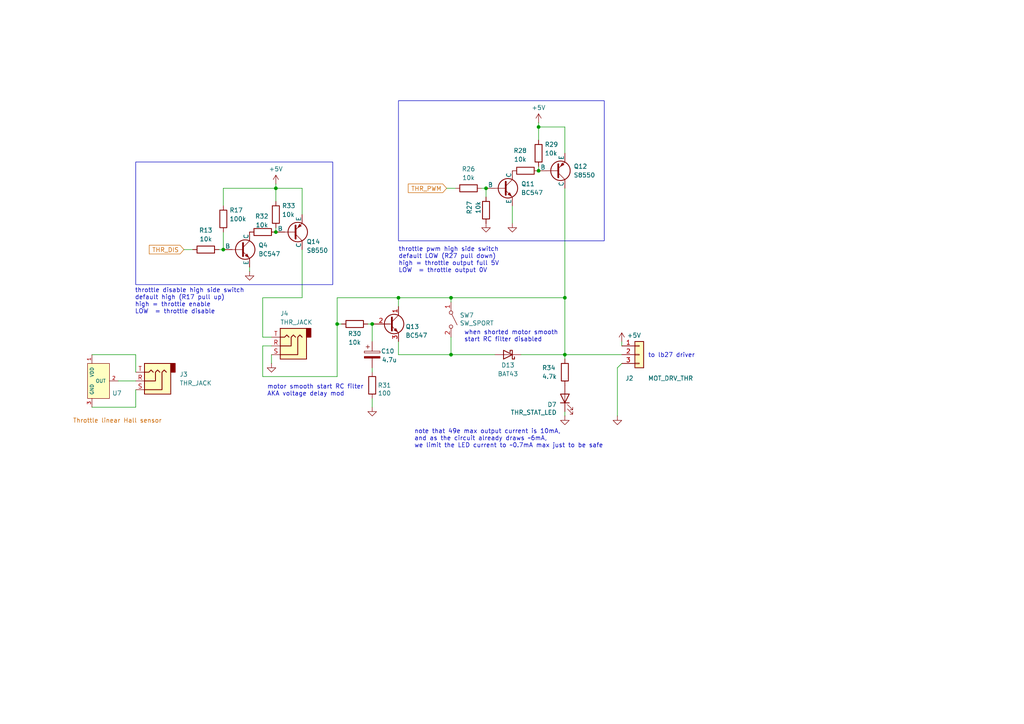
<source format=kicad_sch>
(kicad_sch (version 20231120) (generator "eeschema") (generator_version "8.0")
  (paper "A4")
  (lib_symbols
    (symbol "49e:Hall_Sensor" (pin_names (offset 1.016))
      (property "Reference" "U?" (at -4.5212 0.9652 0))
      (symbol "Hall_Sensor_0_1"
        (rectangle (start -3.81 5.08) (end 2.54 -5.08) (fill (type background)))
      )
      (symbol "Hall_Sensor_1_1"
        (pin power_in line (at -2.54 7.62 270) (length 2.54) (name "VDD") (number "1"))
        (pin output line (at 5.08 0 180) (length 2.54) (name "OUT") (number "2"))
        (pin power_in line (at -2.54 -7.62 90) (length 2.54) (name "GND") (number "3"))
      )
    )
    (symbol "Connector_Audio:AudioJack3"
      (property "Reference" "J" (at 0 8.89 0))
      (property "Value" "AudioJack3" (at 0 6.35 0))
      (symbol "AudioJack3_0_1"
        (rectangle (start -5.08 -5.08) (end -6.35 -2.54) (stroke (width 0.254)) (fill (type outline)))
        (polyline (pts (xy 0 -2.54) (xy 0.635 -3.175) (xy 1.27 -2.54) (xy 2.54 -2.54)) (stroke (width 0.254)))
        (polyline (pts (xy -1.905 -2.54) (xy -1.27 -3.175) (xy -0.635 -2.54) (xy -0.635 0) (xy 2.54 0)) (stroke (width 0.254)))
        (polyline (pts (xy 2.54 2.54) (xy -2.54 2.54) (xy -2.54 -2.54) (xy -3.175 -3.175) (xy -3.81 -2.54)) (stroke (width 0.254)))
        (rectangle (start 2.54 3.81) (end -5.08 -5.08) (stroke (width 0.254)) (fill (type background)))
      )
      (symbol "AudioJack3_1_1"
        (pin passive line (at 5.08 0 180) (length 2.54) (name "~") (number "R"))
        (pin passive line (at 5.08 2.54 180) (length 2.54) (name "~") (number "S"))
        (pin passive line (at 5.08 -2.54 180) (length 2.54) (name "~") (number "T"))
      )
    )
    (symbol "Connector_Generic:Conn_01x03" (pin_names (offset 1.016) hide)
      (property "Reference" "J" (at 0 5.08 0))
      (property "Value" "Conn_01x03" (at 0 -5.08 0))
      (symbol "Conn_01x03_1_1"
        (rectangle (start -1.27 -2.413) (end 0 -2.667) (stroke (width 0.1524)))
        (rectangle (start -1.27 0.127) (end 0 -0.127) (stroke (width 0.1524)))
        (rectangle (start -1.27 2.667) (end 0 2.413) (stroke (width 0.1524)))
        (rectangle (start -1.27 3.81) (end 1.27 -3.81) (stroke (width 0.254)) (fill (type background)))
        (pin passive line (at -5.08 2.54 0) (length 3.81) (name "Pin_1") (number "1"))
        (pin passive line (at -5.08 0 0) (length 3.81) (name "Pin_2") (number "2"))
        (pin passive line (at -5.08 -2.54 0) (length 3.81) (name "Pin_3") (number "3"))
      )
    )
    (symbol "Device:C_Polarized" (pin_numbers hide) (pin_names (offset 0.254))
      (property "Reference" "C" (at 0.635 2.54 0))
      (property "Value" "C_Polarized" (at 0.635 -2.54 0))
      (symbol "C_Polarized_0_1"
        (rectangle (start -2.286 0.508) (end 2.286 1.016))
        (polyline (pts (xy -1.778 2.286) (xy -0.762 2.286)))
        (polyline (pts (xy -1.27 2.794) (xy -1.27 1.778)))
        (rectangle (start 2.286 -0.508) (end -2.286 -1.016) (fill (type outline)))
      )
      (symbol "C_Polarized_1_1"
        (pin passive line (at 0 3.81 270) (length 2.794) (name "~") (number "1"))
        (pin passive line (at 0 -3.81 90) (length 2.794) (name "~") (number "2"))
      )
    )
    (symbol "Device:LED" (pin_numbers hide) (pin_names (offset 1.016) hide)
      (property "Reference" "D" (at 0 2.54 0))
      (property "Value" "LED" (at 0 -2.54 0))
      (symbol "LED_0_1"
        (polyline (pts (xy -1.27 -1.27) (xy -1.27 1.27)) (stroke (width 0.254)))
        (polyline (pts (xy -1.27 0) (xy 1.27 0)))
        (polyline (pts (xy 1.27 -1.27) (xy 1.27 1.27) (xy -1.27 0) (xy 1.27 -1.27)) (stroke (width 0.254)))
        (polyline (pts (xy -3.048 -0.762) (xy -4.572 -2.286) (xy -3.81 -2.286) (xy -4.572 -2.286) (xy -4.572 -1.524)))
        (polyline (pts (xy -1.778 -0.762) (xy -3.302 -2.286) (xy -2.54 -2.286) (xy -3.302 -2.286) (xy -3.302 -1.524)))
      )
      (symbol "LED_1_1"
        (pin passive line (at -3.81 0 0) (length 2.54) (name "K") (number "1"))
        (pin passive line (at 3.81 0 180) (length 2.54) (name "A") (number "2"))
      )
    )
    (symbol "Device:R" (pin_numbers hide) (pin_names (offset 0))
      (property "Reference" "R" (at 2.032 0 90))
      (property "Value" "R" (at 0 0 90))
      (symbol "R_0_1"
        (rectangle (start -1.016 -2.54) (end 1.016 2.54) (stroke (width 0.254)))
      )
      (symbol "R_1_1"
        (pin passive line (at 0 3.81 270) (length 1.27) (name "~") (number "1"))
        (pin passive line (at 0 -3.81 90) (length 1.27) (name "~") (number "2"))
      )
    )
    (symbol "Diode:BAT43" (pin_numbers hide) (pin_names (offset 1.016) hide)
      (property "Reference" "D" (at 0 2.54 0))
      (property "Value" "BAT43" (at 0 -2.54 0))
      (symbol "BAT43_0_1"
        (polyline (pts (xy 1.27 0) (xy -1.27 0)))
        (polyline (pts (xy 1.27 1.27) (xy 1.27 -1.27) (xy -1.27 0) (xy 1.27 1.27)) (stroke (width 0.254)))
        (polyline (pts (xy -1.905 0.635) (xy -1.905 1.27) (xy -1.27 1.27) (xy -1.27 -1.27) (xy -0.635 -1.27) (xy -0.635 -0.635)) (stroke (width 0.254)))
      )
      (symbol "BAT43_1_1"
        (pin passive line (at -3.81 0 0) (length 2.54) (name "K") (number "1"))
        (pin passive line (at 3.81 0 180) (length 2.54) (name "A") (number "2"))
      )
    )
    (symbol "Simulation_SPICE:NPN" (pin_numbers hide) (pin_names (offset 0))
      (property "Reference" "Q" (at -2.54 7.62 0))
      (property "Value" "NPN" (at -2.54 5.08 0))
      (symbol "NPN_0_1"
        (polyline (pts (xy -2.54 0) (xy 0.635 0)) (stroke (width 0.1524)))
        (polyline (pts (xy 0.635 0.635) (xy 2.54 2.54)))
        (polyline (pts (xy 2.794 -1.27) (xy 2.794 -1.27)) (stroke (width 0.1524)))
        (polyline (pts (xy 2.794 -1.27) (xy 2.794 -1.27)) (stroke (width 0.1524)))
        (polyline (pts (xy 0.635 -0.635) (xy 2.54 -2.54) (xy 2.54 -2.54)))
        (polyline (pts (xy 0.635 1.905) (xy 0.635 -1.905) (xy 0.635 -1.905)) (stroke (width 0.508)))
        (polyline (pts (xy 1.27 -1.778) (xy 1.778 -1.27) (xy 2.286 -2.286) (xy 1.27 -1.778) (xy 1.27 -1.778)) (fill (type outline)))
        (circle (center 1.27 0) (radius 2.8194) (stroke (width 0.254)))
      )
      (symbol "NPN_1_1"
        (pin open_collector line (at 2.54 5.08 270) (length 2.54) (name "C") (number "1"))
        (pin input line (at -5.08 0 0) (length 2.54) (name "B") (number "2"))
        (pin open_emitter line (at 2.54 -5.08 90) (length 2.54) (name "E") (number "3"))
      )
    )
    (symbol "Simulation_SPICE:PNP" (pin_numbers hide) (pin_names (offset 0))
      (property "Reference" "Q" (at -2.54 7.62 0))
      (property "Value" "PNP" (at -2.54 5.08 0))
      (symbol "PNP_0_1"
        (polyline (pts (xy -2.54 0) (xy 0.635 0)) (stroke (width 0.1524)))
        (polyline (pts (xy 0.635 0.635) (xy 2.54 2.54)))
        (polyline (pts (xy 0.635 -0.635) (xy 2.54 -2.54) (xy 2.54 -2.54)))
        (polyline (pts (xy 0.635 1.905) (xy 0.635 -1.905) (xy 0.635 -1.905)) (stroke (width 0.508)))
        (polyline (pts (xy 2.286 -1.778) (xy 1.778 -2.286) (xy 1.27 -1.27) (xy 2.286 -1.778) (xy 2.286 -1.778)) (fill (type outline)))
        (circle (center 1.27 0) (radius 2.8194) (stroke (width 0.254)))
      )
      (symbol "PNP_1_1"
        (pin open_collector line (at 2.54 5.08 270) (length 2.54) (name "C") (number "1"))
        (pin input line (at -5.08 0 0) (length 2.54) (name "B") (number "2"))
        (pin open_emitter line (at 2.54 -5.08 90) (length 2.54) (name "E") (number "3"))
      )
    )
    (symbol "Switch:SW_SPST" (pin_names (offset 0) hide)
      (property "Reference" "SW" (at 0 3.175 0))
      (property "Value" "SW_SPST" (at 0 -2.54 0))
      (symbol "SW_SPST_0_0"
        (circle (center -2.032 0) (radius 0.508))
        (polyline (pts (xy -1.524 0.254) (xy 1.524 1.778)))
        (circle (center 2.032 0) (radius 0.508))
      )
      (symbol "SW_SPST_1_1"
        (pin passive line (at -5.08 0 0) (length 2.54) (name "A") (number "1"))
        (pin passive line (at 5.08 0 180) (length 2.54) (name "B") (number "2"))
      )
    )
    (symbol "Transistor_BJT:BC547" (pin_names (offset 0) hide)
      (property "Reference" "Q" (at 5.08 1.905 0))
      (property "Value" "BC547" (at 5.08 0 0))
      (symbol "BC547_0_1"
        (polyline (pts (xy 0 0) (xy 0.635 0)))
        (polyline (pts (xy 0.635 0.635) (xy 2.54 2.54)))
        (polyline (pts (xy 0.635 -0.635) (xy 2.54 -2.54) (xy 2.54 -2.54)))
        (polyline (pts (xy 0.635 1.905) (xy 0.635 -1.905) (xy 0.635 -1.905)) (stroke (width 0.508)))
        (polyline (pts (xy 1.27 -1.778) (xy 1.778 -1.27) (xy 2.286 -2.286) (xy 1.27 -1.778) (xy 1.27 -1.778)) (fill (type outline)))
        (circle (center 1.27 0) (radius 2.8194) (stroke (width 0.254)))
      )
      (symbol "BC547_1_1"
        (pin passive line (at 2.54 5.08 270) (length 2.54) (name "C") (number "1"))
        (pin input line (at -5.08 0 0) (length 5.08) (name "B") (number "2"))
        (pin passive line (at 2.54 -5.08 90) (length 2.54) (name "E") (number "3"))
      )
    )
    (symbol "power:+5V" (power) (pin_numbers hide) (pin_names (offset 0) hide)
      (property "Value" "+5V" (at 0 3.556 0))
      (symbol "+5V_0_1"
        (polyline (pts (xy -0.762 1.27) (xy 0 2.54)))
        (polyline (pts (xy 0 0) (xy 0 2.54)))
        (polyline (pts (xy 0 2.54) (xy 0.762 1.27)))
      )
      (symbol "+5V_1_1"
        (pin power_in line (at 0 0 90) (length 0) (name "~") (number "1"))
      )
    )
    (symbol "power:GND" (power) (pin_numbers hide) (pin_names (offset 0) hide)
      (property "Value" "GND" (at 0 -3.81 0))
      (symbol "GND_0_1"
        (polyline (pts (xy 0 0) (xy 0 -1.27) (xy 1.27 -1.27) (xy 0 -2.54) (xy -1.27 -1.27) (xy 0 -1.27)))
      )
      (symbol "GND_1_1"
        (pin power_in line (at 0 0 270) (length 0) (name "~") (number "1"))
      )
    )
  )
  (junction (at 140.97 54.61))
  (junction (at 97.79 93.98))
  (junction (at 130.81 102.87))
  (junction (at 115.57 86.36))
  (junction (at 80.01 54.61))
  (junction (at 156.21 49.53))
  (junction (at 156.21 36.83))
  (junction (at 163.83 86.36))
  (junction (at 107.95 93.98))
  (junction (at 163.83 102.87))
  (junction (at 64.77 72.39))
  (junction (at 130.81 86.36))
  (junction (at 80.01 67.31))
  (wire (pts (xy 80.01 53.34) (xy 80.01 54.61)))
  (wire (pts (xy 156.21 35.56) (xy 156.21 36.83)))
  (wire (pts (xy 76.2 109.22) (xy 97.79 109.22)))
  (wire (pts (xy 115.57 102.87) (xy 130.81 102.87)))
  (wire (pts (xy 107.95 107.95) (xy 107.95 106.68)))
  (wire (pts (xy 115.57 102.87) (xy 115.57 99.06)))
  (wire (pts (xy 76.2 100.33) (xy 78.74 100.33)))
  (wire (pts (xy 156.21 48.26) (xy 156.21 49.53)))
  (wire (pts (xy 151.13 102.87) (xy 163.83 102.87)))
  (wire (pts (xy 115.57 86.36) (xy 115.57 88.9)))
  (wire (pts (xy 97.79 93.98) (xy 99.06 93.98)))
  (wire (pts (xy 39.37 118.11) (xy 39.37 113.03)))
  (wire (pts (xy 107.95 115.57) (xy 107.95 118.11)))
  (wire (pts (xy 76.2 86.36) (xy 87.63 86.36)))
  (wire (pts (xy 130.81 86.36) (xy 163.83 86.36)))
  (wire (pts (xy 26.67 118.11) (xy 39.37 118.11)))
  (wire (pts (xy 26.67 102.87) (xy 39.37 102.87)))
  (wire (pts (xy 163.83 86.36) (xy 163.83 102.87)))
  (wire (pts (xy 63.5 72.39) (xy 64.77 72.39)))
  (wire (pts (xy 64.77 59.69) (xy 64.77 54.61)))
  (wire (pts (xy 39.37 102.87) (xy 39.37 107.95)))
  (wire (pts (xy 130.81 97.79) (xy 130.81 102.87)))
  (wire (pts (xy 163.83 86.36) (xy 163.83 54.61)))
  (wire (pts (xy 87.63 54.61) (xy 87.63 62.23)))
  (wire (pts (xy 76.2 97.79) (xy 78.74 97.79)))
  (wire (pts (xy 64.77 67.31) (xy 64.77 72.39)))
  (wire (pts (xy 143.51 102.87) (xy 130.81 102.87)))
  (wire (pts (xy 132.08 54.61) (xy 129.54 54.61)))
  (wire (pts (xy 179.07 106.68) (xy 179.07 120.65)))
  (wire (pts (xy 156.21 36.83) (xy 163.83 36.83)))
  (wire (pts (xy 97.79 86.36) (xy 97.79 93.98)))
  (wire (pts (xy 55.88 72.39) (xy 53.34 72.39)))
  (wire (pts (xy 156.21 36.83) (xy 156.21 40.64)))
  (wire (pts (xy 148.59 64.77) (xy 148.59 59.69)))
  (wire (pts (xy 87.63 72.39) (xy 87.63 86.36)))
  (wire (pts (xy 76.2 97.79) (xy 76.2 86.36)))
  (wire (pts (xy 78.74 102.87) (xy 78.74 105.41)))
  (wire (pts (xy 139.7 54.61) (xy 140.97 54.61)))
  (wire (pts (xy 97.79 86.36) (xy 115.57 86.36)))
  (wire (pts (xy 107.95 99.06) (xy 107.95 93.98)))
  (wire (pts (xy 80.01 54.61) (xy 80.01 58.42)))
  (wire (pts (xy 179.07 106.68) (xy 180.34 105.41)))
  (wire (pts (xy 163.83 102.87) (xy 180.34 102.87)))
  (wire (pts (xy 80.01 54.61) (xy 87.63 54.61)))
  (wire (pts (xy 107.95 93.98) (xy 106.68 93.98)))
  (wire (pts (xy 163.83 36.83) (xy 163.83 44.45)))
  (wire (pts (xy 130.81 86.36) (xy 130.81 87.63)))
  (wire (pts (xy 97.79 109.22) (xy 97.79 93.98)))
  (wire (pts (xy 64.77 54.61) (xy 80.01 54.61)))
  (wire (pts (xy 72.39 77.47) (xy 72.39 78.74)))
  (wire (pts (xy 76.2 100.33) (xy 76.2 109.22)))
  (wire (pts (xy 115.57 86.36) (xy 130.81 86.36)))
  (wire (pts (xy 163.83 102.87) (xy 163.83 104.14)))
  (wire (pts (xy 140.97 54.61) (xy 140.97 57.15)))
  (wire (pts (xy 80.01 66.04) (xy 80.01 67.31)))
  (wire (pts (xy 163.83 119.38) (xy 163.83 120.65)))
  (wire (pts (xy 34.29 110.49) (xy 39.37 110.49)))
  (wire (pts (xy 180.34 99.06) (xy 180.34 100.33)))
  (rectangle (start 115.57 29.21) (end 175.26 69.85))
  (rectangle (start 39.37 46.99) (end 96.52 82.55))
  (text "note that 49e max output current is 10mA,\nand as the circuit already draws ~6mA, \nwe limit the LED current to ~0.7mA max just to be safe" (at 120.142 127.254 0) (effects (font (size 1.27 1.27)) (justify left)))
  (text "to lb27 driver" (at 187.96 103.124 0) (effects (font (size 1.27 1.27)) (justify left)))
  (text "Throttle linear Hall sensor" (at 34.036 122.174 0) (effects (font (size 1.27 1.27))))
  (text "when shorted motor smooth\nstart RC filter disabled" (at 134.62 97.536 0) (effects (font (size 1.27 1.27)) (justify left)))
  (text "throttle pwm high side switch\ndefault LOW (R27 pull down)\nhigh = throttle output full 5V\nLOW  = throttle output 0V" (at 115.57 75.438 0) (effects (font (size 1.27 1.27)) (justify left)))
  (text "motor smooth start RC filter\nAKA voltage delay mod" (at 77.47 113.284 0) (effects (font (size 1.27 1.27)) (justify left)))
  (text "throttle disable high side switch\ndefault high (R17 pull up)\nhigh = throttle enable\nLOW  = throttle disable" (at 39.116 87.376 0) (effects (font (size 1.27 1.27)) (justify left)))
  (global_label "THR_PWM" (shape input) (at 129.54 54.61 180) (property "Intersheetrefs" "${INTERSHEET_REFS}" (effects (hide yes))))
  (global_label "THR_DIS" (shape input) (at 53.34 72.39 180) (property "Intersheetrefs" "${INTERSHEET_REFS}" (effects (hide yes))))
  (symbol (lib_id "Device:C_Polarized") (at 107.95 102.87 0) (unit 1)
    (property "Reference" "C10" (at 110.49 101.854 0) (effects (justify left)))
    (property "Value" "4.7u" (at 110.744 104.394 0) (effects (justify left)))
    (property "Description" "Polarized capacitor" (effects (hide yes)))
  )
  (symbol (lib_id "Device:R") (at 152.4 49.53 90) (unit 1)
    (property "Reference" "R28" (at 150.876 43.688 90))
    (property "Value" "10k" (at 150.876 46.228 90))
    (property "Description" "Resistor" (effects (hide yes)))
  )
  (symbol (lib_id "power:GND") (at 107.95 118.11 0) (unit 1)
    (property "Reference" "#PWR060" (effects (hide yes)))
    (property "Value" "GND" (effects (hide yes)))
    (property "Description" "Power symbol creates a global label with name \"GND\" , ground" (effects (hide yes)))
  )
  (symbol (lib_id "Switch:SW_SPST") (at 130.81 92.71 270) (unit 1)
    (property "Reference" "SW7" (at 133.35 91.4399 90) (effects (justify left)))
    (property "Value" "SW_SPORT" (at 133.35 93.726 90) (effects (justify left)))
    (property "Footprint" "Button_Switch_THT:SW_DIP_SPSTx01_Slide_9.78x4.72mm_W7.62mm_P2.54mm" (effects (hide yes)))
    (property "Description" "Single Pole Single Throw (SPST) switch" (effects (hide yes)))
  )
  (symbol (lib_id "Connector_Audio:AudioJack3") (at 83.82 100.33 180) (unit 1)
    (property "Reference" "J4" (at 81.28 90.932 0) (effects (justify right)))
    (property "Value" "THR_JACK" (at 81.28 93.472 0) (effects (justify right)))
    (property "Description" "Audio Jack, 3 Poles (Stereo / TRS)" (effects (hide yes)))
  )
  (symbol (lib_id "Device:R") (at 163.83 107.95 0) (unit 1)
    (property "Reference" "R34" (at 157.226 106.68 0) (effects (justify left)))
    (property "Value" "4.7k" (at 157.226 109.22 0) (effects (justify left)))
    (property "Description" "Resistor" (effects (hide yes)))
  )
  (symbol (lib_id "Diode:BAT43") (at 147.32 102.87 180) (unit 1)
    (property "Reference" "D13" (at 147.32 105.918 0))
    (property "Value" "BAT43" (at 147.32 108.458 0))
    (property "Footprint" "Diode_THT:D_DO-35_SOD27_P7.62mm_Horizontal" (effects (hide yes)))
    (property "Datasheet" "http://www.vishay.com/docs/85660/bat42.pdf" (effects (hide yes)))
    (property "Description" "30V 0.2A Small Signal Schottky Diode, DO-35" (effects (hide yes)))
  )
  (symbol (lib_id "Device:R") (at 76.2 67.31 90) (unit 1)
    (property "Reference" "R32" (at 75.946 62.738 90))
    (property "Value" "10k" (at 75.946 65.278 90))
    (property "Description" "Resistor" (effects (hide yes)))
  )
  (symbol (lib_id "Device:LED") (at 163.83 115.57 90) (unit 1)
    (property "Reference" "D7" (at 158.75 117.348 90) (effects (justify right)))
    (property "Value" "THR_STAT_LED" (at 148.082 119.634 90) (effects (justify right)))
    (property "Description" "Light emitting diode" (effects (hide yes)))
  )
  (symbol (lib_id "Device:R") (at 156.21 44.45 180) (unit 1)
    (property "Reference" "R29" (at 157.988 41.91 0) (effects (justify right)))
    (property "Value" "10k" (at 157.988 44.45 0) (effects (justify right)))
    (property "Description" "Resistor" (effects (hide yes)))
  )
  (symbol (lib_id "power:GND") (at 140.97 64.77 0) (unit 1)
    (property "Reference" "#PWR030" (effects (hide yes)))
    (property "Value" "GND" (effects (hide yes)))
    (property "Description" "Power symbol creates a global label with name \"GND\" , ground" (effects (hide yes)))
  )
  (symbol (lib_id "Connector_Generic:Conn_01x03") (at 185.42 102.87 0) (unit 1)
    (property "Reference" "J2" (at 181.356 109.728 0) (effects (justify left)))
    (property "Value" "MOT_DRV_THR" (at 187.96 109.728 0) (effects (justify left)))
    (property "Description" "Generic connector, single row, 01x03, script generated (kicad-library-utils/schlib/autogen/connector/)" (effects (hide yes)))
  )
  (symbol (lib_id "Device:R") (at 59.69 72.39 90) (unit 1)
    (property "Reference" "R13" (at 59.69 66.802 90))
    (property "Value" "10k" (at 59.69 69.342 90))
    (property "Description" "Resistor" (effects (hide yes)))
  )
  (symbol (lib_id "Device:R") (at 80.01 62.23 180) (unit 1)
    (property "Reference" "R33" (at 81.788 59.69 0) (effects (justify right)))
    (property "Value" "10k" (at 81.788 62.23 0) (effects (justify right)))
    (property "Description" "Resistor" (effects (hide yes)))
  )
  (symbol (lib_id "Simulation_SPICE:NPN") (at 69.85 72.39 0) (unit 1)
    (property "Reference" "Q4" (at 74.93 71.1199 0) (effects (justify left)))
    (property "Value" "BC547" (at 74.93 73.6599 0) (effects (justify left)))
    (property "Datasheet" "https://ngspice.sourceforge.io/docs/ngspice-html-manual/manual.xhtml#cha_BJTs" (effects (hide yes)))
    (property "Description" "Bipolar transistor symbol for simulation only, substrate tied to the emitter" (effects (hide yes)))
    (property "Sim.Device" "NPN" (effects (hide yes)))
    (property "Sim.Type" "GUMMELPOON" (effects (hide yes)))
    (property "Sim.Pins" "1=C 2=B 3=E" (effects (hide yes)))
  )
  (symbol (lib_id "Device:R") (at 107.95 111.76 0) (unit 1)
    (property "Reference" "R31" (at 111.506 111.76 0))
    (property "Value" "100" (at 111.506 114.046 0))
    (property "Description" "Resistor" (effects (hide yes)))
  )
  (symbol (lib_id "power:+5V") (at 156.21 35.56 0) (unit 1)
    (property "Reference" "#PWR058" (effects (hide yes)))
    (property "Value" "+5V" (at 156.21 31.242 0))
    (property "Description" "Power symbol creates a global label with name \"+5V\"" (effects (hide yes)))
  )
  (symbol (lib_id "power:+5V") (at 80.01 53.34 0) (unit 1)
    (property "Reference" "#PWR033" (effects (hide yes)))
    (property "Value" "+5V" (at 80.01 49.022 0))
    (property "Description" "Power symbol creates a global label with name \"+5V\"" (effects (hide yes)))
  )
  (symbol (lib_id "power:GND") (at 179.07 120.65 0) (unit 1)
    (property "Reference" "#PWR064" (effects (hide yes)))
    (property "Value" "GND" (effects (hide yes)))
    (property "Description" "Power symbol creates a global label with name \"GND\" , ground" (effects (hide yes)))
  )
  (symbol (lib_id "Device:R") (at 135.89 54.61 90) (unit 1)
    (property "Reference" "R26" (at 135.89 49.022 90))
    (property "Value" "10k" (at 135.89 51.562 90))
    (property "Description" "Resistor" (effects (hide yes)))
  )
  (symbol (lib_id "power:GND") (at 163.83 120.65 0) (unit 1)
    (property "Reference" "#PWR031" (effects (hide yes)))
    (property "Value" "GND" (effects (hide yes)))
    (property "Description" "Power symbol creates a global label with name \"GND\" , ground" (effects (hide yes)))
  )
  (symbol (lib_id "Device:R") (at 64.77 63.5 180) (unit 1)
    (property "Reference" "R17" (at 66.548 60.96 0) (effects (justify right)))
    (property "Value" "100k" (at 66.548 63.5 0) (effects (justify right)))
    (property "Description" "Resistor" (effects (hide yes)))
  )
  (symbol (lib_id "Connector_Audio:AudioJack3") (at 44.45 110.49 180) (unit 1)
    (property "Reference" "J3" (at 52.07 108.5849 0) (effects (justify right)))
    (property "Value" "THR_JACK" (at 52.07 111.1249 0) (effects (justify right)))
    (property "Description" "Audio Jack, 3 Poles (Stereo / TRS)" (effects (hide yes)))
  )
  (symbol (lib_id "49e:Hall_Sensor") (at 29.21 110.49 0) (unit 1)
    (property "Reference" "U7" (at 35.306 114.046 0) (effects (justify right)))
    (property "Value" "Hall_Sensor" (effects (hide yes)))
    (property "Footprint" "Package_TO_SOT_SMD:SOT-23" (effects (hide yes)))
    (property "Description" "3-pin Linear Hall Effect Sensor" (effects (hide yes)))
    (property "LCSC Part" "C266230" (effects (hide yes)))
    (property "MPN" "GH39FKSW" (effects (hide yes)))
    (property "Notes" "Alternate part: OH49E-S (C85573)" (effects (hide yes)))
  )
  (symbol (lib_id "power:+5V") (at 180.34 99.06 0) (unit 1)
    (property "Reference" "#PWR065" (effects (hide yes)))
    (property "Value" "+5V" (at 183.896 97.282 0))
    (property "Description" "Power symbol creates a global label with name \"+5V\"" (effects (hide yes)))
  )
  (symbol (lib_id "Device:R") (at 140.97 60.96 180) (unit 1)
    (property "Reference" "R27" (at 136.144 60.198 90))
    (property "Value" "10k" (at 138.684 60.198 90))
    (property "Description" "Resistor" (effects (hide yes)))
  )
  (symbol (lib_id "Simulation_SPICE:PNP") (at 161.29 49.53 0) (mirror x) (unit 1)
    (property "Reference" "Q12" (at 166.37 48.2599 0) (effects (justify left)))
    (property "Value" "S8550" (at 166.37 50.7999 0) (effects (justify left)))
    (property "Datasheet" "https://ngspice.sourceforge.io/docs/ngspice-html-manual/manual.xhtml#cha_BJTs" (effects (hide yes)))
    (property "Description" "Bipolar transistor symbol for simulation only, substrate tied to the emitter" (effects (hide yes)))
    (property "Sim.Device" "PNP" (effects (hide yes)))
    (property "Sim.Type" "GUMMELPOON" (effects (hide yes)))
    (property "Sim.Pins" "1=C 2=B 3=E" (effects (hide yes)))
  )
  (symbol (lib_id "Transistor_BJT:BC547") (at 113.03 93.98 0) (unit 1)
    (property "Reference" "Q13" (at 117.602 94.742 0) (effects (justify left)))
    (property "Value" "BC547" (at 117.602 97.282 0) (effects (justify left)))
    (property "Footprint" "Package_TO_SOT_THT:TO-92_Inline" (effects (hide yes)))
    (property "Datasheet" "https://www.onsemi.com/pub/Collateral/BC550-D.pdf" (effects (hide yes)))
    (property "Description" "0.1A Ic, 45V Vce, Small Signal NPN Transistor, TO-92" (effects (hide yes)))
  )
  (symbol (lib_id "power:GND") (at 148.59 64.77 0) (unit 1)
    (property "Reference" "#PWR040" (effects (hide yes)))
    (property "Value" "GND" (effects (hide yes)))
    (property "Description" "Power symbol creates a global label with name \"GND\" , ground" (effects (hide yes)))
  )
  (symbol (lib_id "Device:R") (at 102.87 93.98 270) (unit 1)
    (property "Reference" "R30" (at 102.87 96.774 90))
    (property "Value" "10k" (at 102.87 99.314 90))
    (property "Description" "Resistor" (effects (hide yes)))
  )
  (symbol (lib_id "Simulation_SPICE:NPN") (at 146.05 54.61 0) (unit 1)
    (property "Reference" "Q11" (at 151.13 53.3399 0) (effects (justify left)))
    (property "Value" "BC547" (at 151.13 55.8799 0) (effects (justify left)))
    (property "Datasheet" "https://ngspice.sourceforge.io/docs/ngspice-html-manual/manual.xhtml#cha_BJTs" (effects (hide yes)))
    (property "Description" "Bipolar transistor symbol for simulation only, substrate tied to the emitter" (effects (hide yes)))
    (property "Sim.Device" "NPN" (effects (hide yes)))
    (property "Sim.Type" "GUMMELPOON" (effects (hide yes)))
    (property "Sim.Pins" "1=C 2=B 3=E" (effects (hide yes)))
  )
  (symbol (lib_id "power:GND") (at 78.74 105.41 0) (unit 1)
    (property "Reference" "#PWR020" (effects (hide yes)))
    (property "Value" "GND" (effects (hide yes)))
    (property "Description" "Power symbol creates a global label with name \"GND\" , ground" (effects (hide yes)))
  )
  (symbol (lib_id "power:GND") (at 72.39 78.74 0) (unit 1)
    (property "Reference" "#PWR032" (effects (hide yes)))
    (property "Value" "GND" (effects (hide yes)))
    (property "Description" "Power symbol creates a global label with name \"GND\" , ground" (effects (hide yes)))
  )
  (symbol (lib_id "Simulation_SPICE:PNP") (at 85.09 67.31 0) (mirror x) (unit 1)
    (property "Reference" "Q14" (at 88.9 70.104 0) (effects (justify left)))
    (property "Value" "S8550" (at 88.9 72.644 0) (effects (justify left)))
    (property "Datasheet" "https://ngspice.sourceforge.io/docs/ngspice-html-manual/manual.xhtml#cha_BJTs" (effects (hide yes)))
    (property "Description" "Bipolar transistor symbol for simulation only, substrate tied to the emitter" (effects (hide yes)))
    (property "Sim.Device" "PNP" (effects (hide yes)))
    (property "Sim.Type" "GUMMELPOON" (effects (hide yes)))
    (property "Sim.Pins" "1=C 2=B 3=E" (effects (hide yes)))
  )
)
</source>
